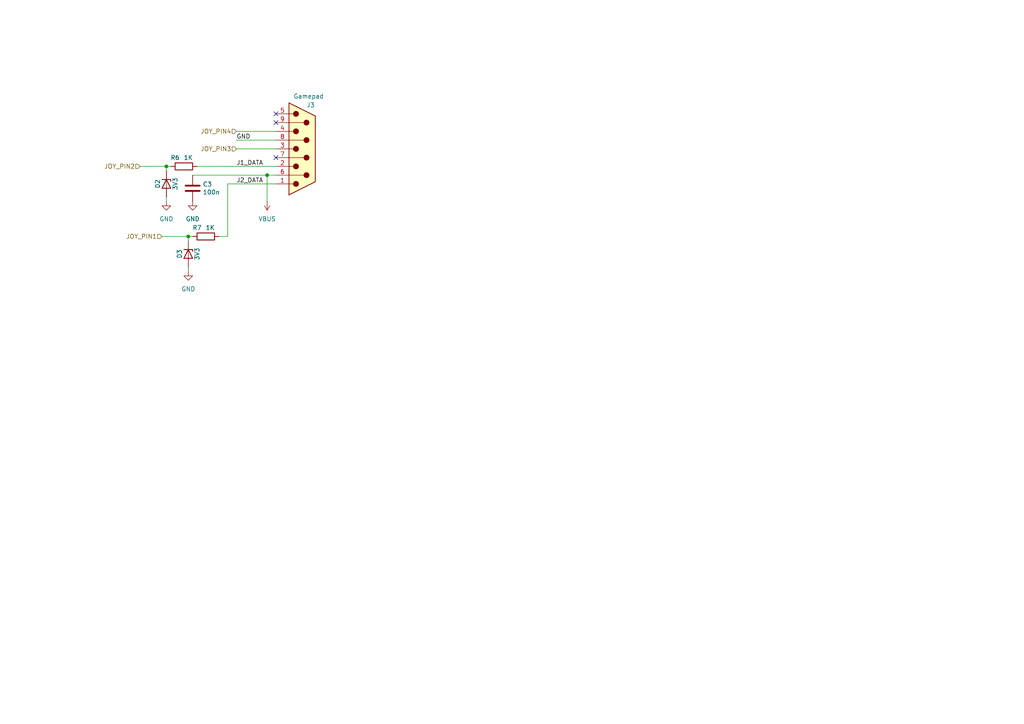
<source format=kicad_sch>
(kicad_sch (version 20250114) (generator "eeschema") (generator_version "9.0")
  (paper "A4")
  (title_block (title "MiniFRANK RM2F") (date "2025-03-13") (rev "1.00") (company "Mikhail Matveev") (comment 1 "https://github.com/xtremespb/frank"))
  (lib_symbols
    (symbol "Device:C" (pin_numbers (hide yes)) (pin_names (offset 0.254))
      (property "Reference" "C" (at 0.635 2.54 0))
      (property "Value" "C" (at 0.635 -2.54 0))
      (symbol "C_0_1"
        (polyline (pts (xy -2.032 0.762) (xy 2.032 0.762)) (stroke (width 0.508)))
        (polyline (pts (xy -2.032 -0.762) (xy 2.032 -0.762)) (stroke (width 0.508)))
      )
      (symbol "C_1_1"
        (pin passive line (at 0 3.81 270) (length 2.794) (name "~") (number "1"))
        (pin passive line (at 0 -3.81 90) (length 2.794) (name "~") (number "2"))
      )
    )
    (symbol "Device:D_Zener" (pin_numbers (hide yes)) (pin_names (offset 1.016) (hide yes))
      (property "Reference" "D" (at 0 2.54 0))
      (property "Value" "D_Zener" (at 0 -2.54 0))
      (symbol "D_Zener_0_1"
        (polyline (pts (xy -1.27 -1.27) (xy -1.27 1.27) (xy -0.762 1.27)) (stroke (width 0.254)))
        (polyline (pts (xy 1.27 0) (xy -1.27 0)))
        (polyline (pts (xy 1.27 -1.27) (xy 1.27 1.27) (xy -1.27 0) (xy 1.27 -1.27)) (stroke (width 0.254)))
      )
      (symbol "D_Zener_1_1"
        (pin passive line (at -3.81 0 0) (length 2.54) (name "K") (number "1"))
        (pin passive line (at 3.81 0 180) (length 2.54) (name "A") (number "2"))
      )
    )
    (symbol "Device:R" (pin_numbers (hide yes)) (pin_names (offset 0))
      (property "Reference" "R" (at 2.032 0 90))
      (property "Value" "R" (at 0 0 90))
      (symbol "R_0_1"
        (rectangle (start -1.016 -2.54) (end 1.016 2.54) (stroke (width 0.254)))
      )
      (symbol "R_1_1"
        (pin passive line (at 0 3.81 270) (length 1.27) (name "~") (number "1"))
        (pin passive line (at 0 -3.81 90) (length 1.27) (name "~") (number "2"))
      )
    )
    (symbol "FRANK:DB9_Male_Small" (pin_names (offset 1.016) (hide yes))
      (property "Reference" "JOY1" (at 1.27 12.7 0))
      (symbol "DB9_Male_Small_0_1"
        (polyline (pts (xy -3.81 10.16) (xy -2.54 10.16)))
        (polyline (pts (xy -3.81 7.62) (xy 0.508 7.62)))
        (polyline (pts (xy -3.81 5.08) (xy -2.54 5.08)))
        (polyline (pts (xy -3.81 2.54) (xy 0.508 2.54)))
        (polyline (pts (xy -3.81 0) (xy -2.54 0)))
        (polyline (pts (xy -3.81 -2.54) (xy 0.508 -2.54)))
        (polyline (pts (xy -3.81 -5.08) (xy -2.54 -5.08)))
        (polyline (pts (xy -3.81 -7.62) (xy 0.508 -7.62)))
        (polyline (pts (xy -3.81 -10.16) (xy -2.54 -10.16)))
        (polyline (pts (xy -3.81 -13.335) (xy -3.81 13.335) (xy 3.81 9.525) (xy 3.81 -9.525) (xy -3.81 -13.335)) (stroke (width 0.254)) (fill (type background)))
        (circle (center -1.778 10.16) (radius 0.762) (fill (type outline)))
        (circle (center -1.778 5.08) (radius 0.762) (fill (type outline)))
        (circle (center -1.778 0) (radius 0.762) (fill (type outline)))
        (circle (center -1.778 -5.08) (radius 0.762) (fill (type outline)))
        (circle (center -1.778 -10.16) (radius 0.762) (fill (type outline)))
        (circle (center 1.27 7.62) (radius 0.762) (fill (type outline)))
        (circle (center 1.27 2.54) (radius 0.762) (fill (type outline)))
        (circle (center 1.27 -2.54) (radius 0.762) (fill (type outline)))
        (circle (center 1.27 -7.62) (radius 0.762) (fill (type outline)))
      )
      (symbol "DB9_Male_Small_1_1"
        (pin passive line (at -7.62 10.16 0) (length 3.81) (name "5") (number "5"))
        (pin passive line (at -7.62 7.62 0) (length 3.81) (name "9") (number "9"))
        (pin passive line (at -7.62 5.08 0) (length 3.81) (name "4") (number "4"))
        (pin passive line (at -7.62 2.54 0) (length 3.81) (name "8") (number "8"))
        (pin passive line (at -7.62 0 0) (length 3.81) (name "3") (number "3"))
        (pin passive line (at -7.62 -2.54 0) (length 3.81) (name "7") (number "7"))
        (pin passive line (at -7.62 -5.08 0) (length 3.81) (name "2") (number "2"))
        (pin passive line (at -7.62 -7.62 0) (length 3.81) (name "6") (number "6"))
        (pin passive line (at -7.62 -10.16 0) (length 3.81) (name "1") (number "1"))
      )
    )
    (symbol "GND_1" (power) (pin_numbers (hide yes)) (pin_names (offset 0) (hide yes))
      (property "Value" "GND" (at 0 -3.81 0))
      (symbol "GND_1_0_1"
        (polyline (pts (xy 0 0) (xy 0 -1.27) (xy 1.27 -1.27) (xy 0 -2.54) (xy -1.27 -1.27) (xy 0 -1.27)))
      )
      (symbol "GND_1_1_1"
        (pin power_in line (at 0 0 270) (length 0) (name "~") (number "1"))
      )
    )
    (symbol "power:VBUS" (power) (pin_numbers (hide yes)) (pin_names (offset 0) (hide yes))
      (property "Value" "VBUS" (at 0 3.556 0))
      (symbol "VBUS_0_1"
        (polyline (pts (xy -0.762 1.27) (xy 0 2.54)))
        (polyline (pts (xy 0 2.54) (xy 0.762 1.27)))
        (polyline (pts (xy 0 0) (xy 0 2.54)))
      )
      (symbol "VBUS_1_1"
        (pin power_in line (at 0 0 90) (length 0) (name "~") (number "1"))
      )
    )
  )
  (junction (at 77.47 50.8))
  (junction (at 54.61 68.58))
  (junction (at 48.26 48.26))
  (no_connect (at 80.01 33.02))
  (no_connect (at 80.01 35.56))
  (no_connect (at 80.01 45.72))
  (wire (pts (xy 48.26 57.15) (xy 48.26 58.42)))
  (wire (pts (xy 77.47 50.8) (xy 77.47 58.42)))
  (wire (pts (xy 55.88 50.8) (xy 77.47 50.8)))
  (wire (pts (xy 57.15 48.26) (xy 80.01 48.26)))
  (wire (pts (xy 68.58 43.18) (xy 80.01 43.18)))
  (wire (pts (xy 46.99 68.58) (xy 54.61 68.58)))
  (wire (pts (xy 68.58 38.1) (xy 80.01 38.1)))
  (wire (pts (xy 54.61 68.58) (xy 54.61 69.85)))
  (wire (pts (xy 55.88 68.58) (xy 54.61 68.58)))
  (wire (pts (xy 63.5 68.58) (xy 66.04 68.58)))
  (wire (pts (xy 66.04 53.34) (xy 80.01 53.34)))
  (wire (pts (xy 77.47 50.8) (xy 80.01 50.8)))
  (wire (pts (xy 54.61 77.47) (xy 54.61 78.74)))
  (wire (pts (xy 68.58 40.64) (xy 80.01 40.64)))
  (wire (pts (xy 48.26 48.26) (xy 48.26 49.53)))
  (wire (pts (xy 49.53 48.26) (xy 48.26 48.26)))
  (wire (pts (xy 40.64 48.26) (xy 48.26 48.26)))
  (wire (pts (xy 66.04 68.58) (xy 66.04 53.34)))
  (label "J2_DATA" (at 68.58 53.34 0))
  (label "GND" (at 68.58 40.64 0))
  (label "J1_DATA" (at 68.58 48.26 0))
  (hierarchical_label "JOY_PIN4" (shape input) (at 68.58 38.1 180))
  (hierarchical_label "JOY_PIN1" (shape input) (at 46.99 68.58 180))
  (hierarchical_label "JOY_PIN2" (shape input) (at 40.64 48.26 180))
  (hierarchical_label "JOY_PIN3" (shape input) (at 68.58 43.18 180))
  (symbol (lib_id "Device:D_Zener") (at 54.61 73.66 270) (unit 1)
    (property "Reference" "D6" (at 52.07 73.66 0))
    (property "Value" "3V3" (at 57.15 73.66 0))
    (property "Footprint" "FRANK:Diode (SOD-323)" (effects (hide yes)))
    (property "Datasheet" "https://diotec.com/request/datasheet/mms3z2b4gw.pdf" (effects (hide yes)))
    (property "AliExpress" "https://www.aliexpress.com/item/1005006143480992.html" (effects (hide yes)))
    (instances (project "38NJU24" (path "" (reference "D3") (unit 1))) (project "valera-2350A" (path "" (reference "D6") (unit 1))))
  )
  (symbol (lib_id "Device:C") (at 55.88 54.61 0) (unit 1)
    (property "Reference" "C28" (at 58.801 53.4416 0) (effects (justify left)))
    (property "Value" "100n" (at 58.801 55.753 0) (effects (justify left)))
    (property "Footprint" "FRANK:Capacitor (0805)" (effects (hide yes)))
    (property "Datasheet" "https://eu.mouser.com/datasheet/2/40/KGM_X7R-3223212.pdf" (effects (hide yes)))
    (property "AliExpress" "https://www.aliexpress.com/item/33008008276.html" (effects (hide yes)))
    (instances (project "38NJU24" (path "" (reference "C3") (unit 1))) (project "valera-2350A" (path "" (reference "C28") (unit 1))))
  )
  (symbol (lib_id "power:VBUS") (at 77.47 58.42 180) (unit 1)
    (property "Reference" "#PWR065" (effects (hide yes)))
    (property "Value" "VBUS" (at 77.47 63.5 0))
    (property "Description" "Power symbol creates a global label with name \"VBUS\"" (effects (hide yes)))
  )
  (symbol (lib_id "Device:R") (at 53.34 48.26 90) (unit 1)
    (property "Reference" "R35" (at 50.8 45.72 90))
    (property "Value" "1K" (at 54.61 45.72 90))
    (property "Footprint" "FRANK:Resistor (0805)" (effects (hide yes)))
    (property "Datasheet" "https://www.vishay.com/docs/28952/mcs0402at-mct0603at-mcu0805at-mca1206at.pdf" (effects (hide yes)))
    (property "AliExpress" "https://www.vishay.com/docs/28952/mcs0402at-mct0603at-mcu0805at-mca1206at.pdf" (effects (hide yes)))
    (instances (project "38NJU24" (path "" (reference "R6") (unit 1))) (project "valera-2350A" (path "" (reference "R35") (unit 1))))
  )
  (symbol (lib_name "GND_1") (lib_id "power:GND") (at 48.26 58.42 0) (unit 1)
    (property "Reference" "#PWR062" (effects (hide yes)))
    (property "Value" "GND" (at 48.26 63.5 0))
    (property "Description" "Power symbol creates a global label with name \"GND\" , ground" (effects (hide yes)))
    (instances (project "" (path "" (reference "#PWR09") (unit 1))) (project "valera-2350A" (path "" (reference "#PWR062") (unit 1))))
  )
  (symbol (lib_id "Device:D_Zener") (at 48.26 53.34 270) (unit 1)
    (property "Reference" "D5" (at 45.72 53.34 0))
    (property "Value" "3V3" (at 50.8 53.34 0))
    (property "Footprint" "FRANK:Diode (SOD-323)" (effects (hide yes)))
    (property "Datasheet" "https://diotec.com/request/datasheet/mms3z2b4gw.pdf" (effects (hide yes)))
    (property "AliExpress" "https://www.aliexpress.com/item/1005006143480992.html" (effects (hide yes)))
    (instances (project "38NJU24" (path "" (reference "D2") (unit 1))) (project "valera-2350A" (path "" (reference "D5") (unit 1))))
  )
  (symbol (lib_name "GND_1") (lib_id "power:GND") (at 54.61 78.74 0) (unit 1)
    (property "Reference" "#PWR064" (effects (hide yes)))
    (property "Value" "GND" (at 54.61 83.82 0))
    (property "Description" "Power symbol creates a global label with name \"GND\" , ground" (effects (hide yes)))
    (instances (project "38NJU24" (path "" (reference "#PWR011") (unit 1))) (project "valera-2350A" (path "" (reference "#PWR064") (unit 1))))
  )
  (symbol (lib_name "GND_1") (lib_id "power:GND") (at 55.88 58.42 0) (unit 1)
    (property "Reference" "#PWR063" (effects (hide yes)))
    (property "Value" "GND" (at 55.88 63.5 0))
    (property "Description" "Power symbol creates a global label with name \"GND\" , ground" (effects (hide yes)))
    (instances (project "38NJU24" (path "" (reference "#PWR010") (unit 1))) (project "valera-2350A" (path "" (reference "#PWR063") (unit 1))))
  )
  (symbol (lib_id "FRANK:DB9_Male_Small") (at 87.63 43.18 0) (unit 1)
    (property "Reference" "GP1" (at 88.9 30.48 0) (effects (justify left)))
    (property "Value" "Gamepad" (at 85.09 27.94 0) (effects (justify left)))
    (property "Footprint" "FRANK:D-SUB (9 pin, male, top mount)" (effects (hide yes)))
    (property "Datasheet" "https://gr.mouser.com/datasheet/2/18/6E17XXXXPXXX21X-23786.pdf" (effects (hide yes)))
    (property "AliExpress" "https://www.aliexpress.com/item/4001214300548.html" (effects (hide yes)))
    (instances (project "38NJU24" (path "" (reference "J3") (unit 1))) (project "valera-2350A" (path "" (reference "GP1") (unit 1))))
  )
  (symbol (lib_id "Device:R") (at 59.69 68.58 90) (unit 1)
    (property "Reference" "R36" (at 57.15 66.04 90))
    (property "Value" "1K" (at 60.96 66.04 90))
    (property "Footprint" "FRANK:Resistor (0805)" (effects (hide yes)))
    (property "Datasheet" "https://www.vishay.com/docs/28952/mcs0402at-mct0603at-mcu0805at-mca1206at.pdf" (effects (hide yes)))
    (property "AliExpress" "https://www.vishay.com/docs/28952/mcs0402at-mct0603at-mcu0805at-mca1206at.pdf" (effects (hide yes)))
    (instances (project "38NJU24" (path "" (reference "R7") (unit 1))) (project "valera-2350A" (path "" (reference "R36") (unit 1))))
  )
)
</source>
